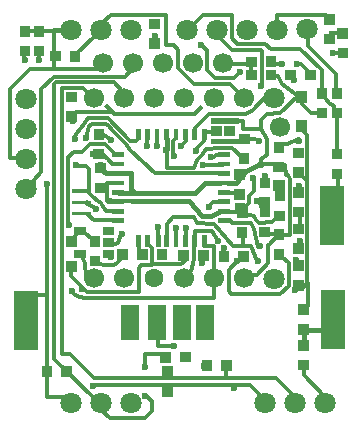
<source format=gbr>
%FSLAX32Y32*%
%MOMM*%
%LNKUPFERSEITE1*%
G71*
G01*
%ADD10C, 1.80*%
%ADD11C, 0.30*%
%ADD12C, 0.40*%
%ADD13C, 0.60*%
%ADD14C, 1.70*%
%ADD15C, 1.60*%
%ADD16C, 1.80*%
%ADD17C, 1.70*%
%LPD*%
X3477Y3987D02*
G54D10*
D03*
X3223Y3987D02*
G54D10*
D03*
X2969Y3987D02*
G54D10*
D03*
X2715Y3987D02*
G54D10*
D03*
G36*
X2084Y2948D02*
X2184Y2948D01*
X2184Y2908D01*
X2084Y2908D01*
X2084Y2948D01*
G37*
G36*
X2084Y2868D02*
X2184Y2868D01*
X2184Y2828D01*
X2084Y2828D01*
X2084Y2868D01*
G37*
G36*
X2084Y2788D02*
X2184Y2788D01*
X2184Y2748D01*
X2084Y2748D01*
X2084Y2788D01*
G37*
G36*
X2084Y2708D02*
X2184Y2708D01*
X2184Y2668D01*
X2084Y2668D01*
X2084Y2708D01*
G37*
G36*
X2084Y2628D02*
X2184Y2628D01*
X2184Y2588D01*
X2084Y2588D01*
X2084Y2628D01*
G37*
G36*
X2084Y2548D02*
X2184Y2548D01*
X2184Y2508D01*
X2084Y2508D01*
X2084Y2548D01*
G37*
G36*
X2084Y2468D02*
X2184Y2468D01*
X2184Y2428D01*
X2084Y2428D01*
X2084Y2468D01*
G37*
G36*
X2084Y2388D02*
X2184Y2388D01*
X2184Y2348D01*
X2084Y2348D01*
X2084Y2388D01*
G37*
G36*
X2984Y2948D02*
X3084Y2948D01*
X3084Y2908D01*
X2984Y2908D01*
X2984Y2948D01*
G37*
G36*
X2984Y2868D02*
X3084Y2868D01*
X3084Y2828D01*
X2984Y2828D01*
X2984Y2868D01*
G37*
G36*
X2984Y2788D02*
X3084Y2788D01*
X3084Y2748D01*
X2984Y2748D01*
X2984Y2788D01*
G37*
G36*
X2984Y2708D02*
X3084Y2708D01*
X3084Y2668D01*
X2984Y2668D01*
X2984Y2708D01*
G37*
G36*
X2984Y2628D02*
X3084Y2628D01*
X3084Y2588D01*
X2984Y2588D01*
X2984Y2628D01*
G37*
G36*
X2984Y2548D02*
X3084Y2548D01*
X3084Y2508D01*
X2984Y2508D01*
X2984Y2548D01*
G37*
G36*
X2984Y2468D02*
X3084Y2468D01*
X3084Y2428D01*
X2984Y2428D01*
X2984Y2468D01*
G37*
G36*
X2984Y2388D02*
X3084Y2388D01*
X3084Y2348D01*
X2984Y2348D01*
X2984Y2388D01*
G37*
G36*
X2284Y3148D02*
X2324Y3148D01*
X2324Y3048D01*
X2284Y3048D01*
X2284Y3148D01*
G37*
G36*
X2364Y3148D02*
X2404Y3148D01*
X2404Y3048D01*
X2364Y3048D01*
X2364Y3148D01*
G37*
G36*
X2444Y3148D02*
X2484Y3148D01*
X2484Y3048D01*
X2444Y3048D01*
X2444Y3148D01*
G37*
G36*
X2524Y3148D02*
X2564Y3148D01*
X2564Y3048D01*
X2524Y3048D01*
X2524Y3148D01*
G37*
G36*
X2604Y3148D02*
X2644Y3148D01*
X2644Y3048D01*
X2604Y3048D01*
X2604Y3148D01*
G37*
G36*
X2684Y3148D02*
X2724Y3148D01*
X2724Y3048D01*
X2684Y3048D01*
X2684Y3148D01*
G37*
G36*
X2764Y3148D02*
X2804Y3148D01*
X2804Y3048D01*
X2764Y3048D01*
X2764Y3148D01*
G37*
G36*
X2844Y3148D02*
X2884Y3148D01*
X2884Y3048D01*
X2844Y3048D01*
X2844Y3148D01*
G37*
G36*
X2284Y2248D02*
X2324Y2248D01*
X2324Y2148D01*
X2284Y2148D01*
X2284Y2248D01*
G37*
G36*
X2364Y2248D02*
X2404Y2248D01*
X2404Y2148D01*
X2364Y2148D01*
X2364Y2248D01*
G37*
G36*
X2454Y2248D02*
X2494Y2248D01*
X2494Y2148D01*
X2454Y2148D01*
X2454Y2248D01*
G37*
G36*
X2524Y2248D02*
X2564Y2248D01*
X2564Y2148D01*
X2524Y2148D01*
X2524Y2248D01*
G37*
G36*
X2604Y2248D02*
X2644Y2248D01*
X2644Y2148D01*
X2604Y2148D01*
X2604Y2248D01*
G37*
G36*
X2684Y2248D02*
X2724Y2248D01*
X2724Y2148D01*
X2684Y2148D01*
X2684Y2248D01*
G37*
G36*
X2764Y2248D02*
X2804Y2248D01*
X2804Y2148D01*
X2764Y2148D01*
X2764Y2248D01*
G37*
G36*
X2844Y2248D02*
X2884Y2248D01*
X2884Y2148D01*
X2844Y2148D01*
X2844Y2248D01*
G37*
G54D11*
X2785Y2222D02*
X2785Y2285D01*
X2927Y2285D01*
X2983Y2198D01*
G54D12*
X2150Y2770D02*
X2245Y2770D01*
X2245Y2603D01*
X2142Y2603D01*
G54D11*
X2110Y2690D02*
X2038Y2690D01*
X2038Y2531D01*
X2253Y2531D01*
G54D12*
X2253Y2531D02*
X2737Y2531D01*
X2848Y2404D01*
X2923Y2404D01*
X2991Y2444D01*
G54D12*
X2999Y2690D02*
X2888Y2690D01*
X2872Y2690D01*
X2785Y2603D01*
X2221Y2603D01*
G54D12*
X3062Y2690D02*
X3134Y2690D01*
X3221Y2785D01*
X3332Y2849D01*
G54D11*
X3062Y2603D02*
X3166Y2603D01*
G36*
X3208Y2804D02*
X3208Y2714D01*
X3118Y2714D01*
X3118Y2804D01*
X3208Y2804D01*
G37*
G36*
X3206Y2637D02*
X3206Y2547D01*
X3116Y2547D01*
X3116Y2637D01*
X3206Y2637D01*
G37*
G36*
X2032Y2858D02*
X2032Y2768D01*
X1942Y2768D01*
X1942Y2858D01*
X2032Y2858D01*
G37*
G36*
X2031Y2691D02*
X2031Y2601D01*
X1941Y2601D01*
X1941Y2691D01*
X2031Y2691D01*
G37*
G54D11*
X1784Y2833D02*
X1864Y2833D01*
X1888Y2809D01*
X1888Y2603D01*
X1923Y2571D01*
X1962Y2539D01*
X1989Y2520D01*
X2001Y2500D01*
X2030Y2452D01*
X2118Y2452D01*
G54D12*
X2102Y2770D02*
X2030Y2770D01*
X2007Y2793D01*
X2538Y2968D02*
G54D13*
D03*
G54D12*
X2546Y3063D02*
X2546Y2976D01*
X3197Y1880D02*
G54D14*
D03*
X2943Y1880D02*
G54D14*
D03*
X2689Y1880D02*
G54D14*
D03*
X2435Y1880D02*
G54D15*
D03*
X2181Y1880D02*
G54D14*
D03*
X1927Y1880D02*
G54D14*
D03*
X2983Y2198D02*
G54D13*
D03*
G54D11*
X2777Y2158D02*
X2777Y2047D01*
X2771Y2006D01*
X2757Y1964D01*
X2745Y1928D01*
G54D11*
X2864Y2150D02*
X2943Y2150D01*
X2943Y1960D01*
X2626Y2309D02*
G54D13*
D03*
G54D11*
X2626Y2309D02*
X2626Y2222D01*
X2705Y2309D02*
G54D13*
D03*
G54D11*
X2705Y2309D02*
X2705Y2238D01*
X2380Y3000D02*
G54D13*
D03*
X2467Y3000D02*
G54D13*
D03*
G54D11*
X2380Y3000D02*
X2380Y3071D01*
G54D11*
X2467Y3000D02*
X2467Y3079D01*
G54D11*
X3308Y2031D02*
X3261Y2158D01*
X3110Y2158D01*
X2943Y2341D01*
X2062Y2531D02*
G54D13*
D03*
G36*
X3247Y3105D02*
X3247Y3015D01*
X3157Y3015D01*
X3157Y3105D01*
X3247Y3105D01*
G37*
G36*
X3246Y2938D02*
X3246Y2848D01*
X3156Y2848D01*
X3156Y2938D01*
X3246Y2938D01*
G37*
G54D11*
X2546Y2976D02*
X2548Y2817D01*
X2630Y2817D01*
X2777Y2817D01*
X2802Y2881D01*
X2847Y2928D01*
X2876Y2976D01*
X2927Y2976D01*
X2943Y2984D01*
X3102Y2984D01*
X3181Y2904D01*
G54D11*
X3174Y3063D02*
X3293Y3063D01*
X3324Y3047D01*
X3197Y3404D02*
G54D14*
D03*
X2943Y3404D02*
G54D14*
D03*
X2689Y3404D02*
G54D14*
D03*
X2435Y3404D02*
G54D14*
D03*
X2181Y3404D02*
G54D14*
D03*
X1927Y3404D02*
G54D14*
D03*
G36*
X1765Y2054D02*
X1765Y2124D01*
X1865Y2124D01*
X1865Y2054D01*
X1765Y2054D01*
G37*
G36*
X1765Y2244D02*
X1765Y2314D01*
X1865Y2314D01*
X1865Y2244D01*
X1765Y2244D01*
G37*
G36*
X2003Y2054D02*
X2003Y2124D01*
X2103Y2124D01*
X2103Y2054D01*
X2003Y2054D01*
G37*
G36*
X2003Y2244D02*
X2003Y2314D01*
X2103Y2314D01*
X2103Y2244D01*
X2003Y2244D01*
G37*
G36*
X2003Y2149D02*
X2003Y2219D01*
X2103Y2219D01*
X2103Y2149D01*
X2003Y2149D01*
G37*
G54D11*
X1840Y2047D02*
X1852Y2008D01*
X1864Y1888D01*
X2165Y2254D02*
G54D13*
D03*
X2261Y2611D02*
G54D13*
D03*
X3452Y1872D02*
G54D16*
D03*
X1991Y2841D02*
G54D13*
D03*
G36*
X2016Y3144D02*
X2016Y3054D01*
X1926Y3054D01*
X1926Y3144D01*
X2016Y3144D01*
G37*
G36*
X2015Y2977D02*
X2015Y2887D01*
X1925Y2887D01*
X1925Y2977D01*
X2015Y2977D01*
G37*
X2070Y3055D02*
G54D13*
D03*
X1919Y2936D02*
G54D13*
D03*
G54D11*
X1983Y3119D02*
X2070Y3055D01*
G54D11*
X1983Y2936D02*
X1999Y2936D01*
X2050Y2893D01*
X2086Y2849D01*
G54D11*
X1769Y3087D02*
X1784Y3111D01*
X1844Y3186D01*
X1880Y3238D01*
X2046Y3238D01*
X2237Y3047D01*
X2284Y3047D01*
X2300Y3063D01*
X2856Y2841D02*
G54D13*
D03*
G54D11*
X2443Y2770D02*
X3007Y2770D01*
X3452Y3404D02*
G54D16*
D03*
G54D11*
X2785Y3127D02*
X2785Y3151D01*
X2904Y3270D01*
X3221Y3270D01*
X3273Y3305D01*
X3388Y3420D01*
G54D11*
X2856Y2841D02*
X2923Y2841D01*
X3023Y2841D01*
G54D11*
X2943Y1817D02*
X2943Y1714D01*
X1864Y1714D01*
X1804Y1722D01*
X1761Y1746D01*
X3507Y3158D02*
G54D14*
D03*
X2070Y2063D02*
G54D13*
D03*
X1864Y3071D02*
G54D13*
D03*
G54D11*
X2443Y2770D02*
X2233Y2968D01*
X2205Y3016D01*
X2086Y3135D01*
X2054Y3166D01*
X2030Y3190D01*
X1911Y3190D01*
X1888Y3166D01*
X1864Y3071D01*
G36*
X3549Y2621D02*
X3549Y2531D01*
X3459Y2531D01*
X3459Y2621D01*
X3549Y2621D01*
G37*
G36*
X3548Y2454D02*
X3548Y2364D01*
X3458Y2364D01*
X3458Y2454D01*
X3548Y2454D01*
G37*
G36*
X3541Y2296D02*
X3541Y2206D01*
X3451Y2206D01*
X3451Y2296D01*
X3541Y2296D01*
G37*
G36*
X3540Y2129D02*
X3540Y2039D01*
X3450Y2039D01*
X3450Y2129D01*
X3540Y2129D01*
G37*
G54D11*
X3578Y2246D02*
X3515Y2246D01*
G36*
X3449Y2716D02*
X3549Y2716D01*
X3549Y2616D01*
X3449Y2616D01*
X3449Y2716D01*
G37*
G54D11*
X3499Y2658D02*
X3499Y2611D01*
X3499Y2587D01*
G36*
X2552Y2035D02*
X2462Y2035D01*
X2462Y2125D01*
X2552Y2125D01*
X2552Y2035D01*
G37*
G36*
X2385Y2036D02*
X2295Y2036D01*
X2295Y2126D01*
X2385Y2126D01*
X2385Y2036D01*
G37*
G36*
X2901Y2027D02*
X2811Y2027D01*
X2811Y2117D01*
X2901Y2117D01*
X2901Y2027D01*
G37*
G36*
X2734Y2028D02*
X2644Y2028D01*
X2644Y2118D01*
X2734Y2118D01*
X2734Y2028D01*
G37*
G54D11*
X2300Y2166D02*
X2316Y2095D01*
G54D11*
X2388Y2174D02*
X2419Y2139D01*
X2419Y2000D01*
X2666Y2000D01*
X2705Y2039D01*
G54D11*
X2935Y2341D02*
X2802Y2345D01*
X2773Y2396D01*
X2602Y2396D01*
X2546Y2341D01*
X2546Y2206D01*
G36*
X3139Y2223D02*
X3139Y2313D01*
X3229Y2313D01*
X3229Y2223D01*
X3139Y2223D01*
G37*
G36*
X3140Y2390D02*
X3140Y2480D01*
X3230Y2480D01*
X3230Y2390D01*
X3140Y2390D01*
G37*
G36*
X3243Y2019D02*
X3153Y2019D01*
X3153Y2109D01*
X3243Y2109D01*
X3243Y2019D01*
G37*
G36*
X3076Y2020D02*
X2986Y2020D01*
X2986Y2110D01*
X3076Y2110D01*
X3076Y2020D01*
G37*
X3031Y2135D02*
G54D13*
D03*
X2475Y2317D02*
G54D13*
D03*
G54D11*
X2475Y2317D02*
X2475Y2222D01*
G36*
X3449Y2778D02*
X3449Y2868D01*
X3539Y2868D01*
X3539Y2778D01*
X3449Y2778D01*
G37*
G36*
X3450Y2945D02*
X3450Y3035D01*
X3540Y3035D01*
X3540Y2945D01*
X3450Y2945D01*
G37*
X3277Y2730D02*
G54D13*
D03*
G54D11*
X3348Y2849D02*
X3348Y2889D01*
X3396Y2928D01*
X3396Y3063D01*
X2523Y2071D02*
G54D13*
D03*
X2848Y2008D02*
G54D13*
D03*
X3142Y2031D02*
G54D13*
D03*
G54D11*
X3142Y2023D02*
X3070Y1952D01*
X3070Y1769D01*
X3094Y1746D01*
X3507Y1746D01*
X3578Y1817D01*
X3578Y2008D01*
X3523Y2063D01*
G36*
X2922Y3172D02*
X3012Y3172D01*
X3012Y3082D01*
X2922Y3082D01*
X2922Y3172D01*
G37*
G36*
X3033Y3172D02*
X3123Y3172D01*
X3123Y3082D01*
X3033Y3082D01*
X3033Y3172D01*
G37*
G36*
X2922Y3064D02*
X3172Y3064D01*
X3172Y3014D01*
X2922Y3014D01*
X2922Y3064D01*
G37*
G36*
X2924Y3239D02*
X3154Y3239D01*
X3154Y3189D01*
X2924Y3189D01*
X2924Y3239D01*
G37*
G54D11*
X2864Y3119D02*
X2943Y3119D01*
G54D11*
X3126Y3214D02*
X3189Y3210D01*
X3189Y3143D01*
X3348Y3143D01*
X3396Y3063D01*
X3078Y3127D02*
G54D13*
D03*
X2920Y2904D02*
G54D13*
D03*
G54D11*
X2920Y2904D02*
X2943Y2904D01*
X2967Y2928D01*
X3015Y2928D01*
G54D11*
X3054Y2373D02*
X3078Y2373D01*
X3102Y2349D01*
X3261Y2349D01*
X3285Y2297D01*
X3316Y2142D01*
X1769Y3063D02*
G54D13*
D03*
X1776Y2841D02*
G54D13*
D03*
X1721Y2333D02*
G54D13*
D03*
X1745Y1777D02*
G54D13*
D03*
X3324Y3047D02*
G54D13*
D03*
X3348Y2841D02*
G54D13*
D03*
X3332Y2150D02*
G54D13*
D03*
X3316Y2031D02*
G54D13*
D03*
G54D11*
X3189Y2262D02*
X3189Y2158D01*
G54D11*
X3054Y2444D02*
X3197Y2444D01*
G36*
X3422Y2486D02*
X3422Y2396D01*
X3332Y2396D01*
X3332Y2486D01*
X3422Y2486D01*
G37*
G36*
X3421Y2319D02*
X3421Y2229D01*
X3331Y2229D01*
X3331Y2319D01*
X3421Y2319D01*
G37*
G54D11*
X3181Y2436D02*
X3281Y2412D01*
X3302Y2375D01*
X3323Y2353D01*
X3437Y2357D01*
X3507Y2428D01*
G36*
X1903Y2634D02*
X1903Y2604D01*
X1743Y2604D01*
X1743Y2634D01*
X1903Y2634D01*
G37*
G36*
X1903Y2539D02*
X1903Y2509D01*
X1743Y2509D01*
X1743Y2539D01*
X1903Y2539D01*
G37*
G36*
X1903Y2444D02*
X1903Y2414D01*
X1743Y2414D01*
X1743Y2444D01*
X1903Y2444D01*
G37*
G54D11*
X1872Y2428D02*
X1888Y2412D01*
X1927Y2373D01*
X2110Y2373D01*
X1951Y2468D02*
G54D13*
D03*
G54D11*
X1872Y2524D02*
X1872Y2508D01*
X1943Y2476D01*
G36*
X1786Y3461D02*
X1786Y3371D01*
X1696Y3371D01*
X1696Y3461D01*
X1786Y3461D01*
G37*
G36*
X1785Y3294D02*
X1785Y3204D01*
X1695Y3204D01*
X1695Y3294D01*
X1785Y3294D01*
G37*
G36*
X1694Y1934D02*
X1694Y2024D01*
X1784Y2024D01*
X1784Y1934D01*
X1694Y1934D01*
G37*
G36*
X1695Y2148D02*
X1695Y2238D01*
X1785Y2238D01*
X1785Y2148D01*
X1695Y2148D01*
G37*
G54D11*
X2158Y2254D02*
X2134Y2182D01*
X2086Y2166D01*
X2070Y2277D02*
G54D13*
D03*
G36*
X1985Y2238D02*
X1985Y2148D01*
X1895Y2148D01*
X1895Y2238D01*
X1985Y2238D01*
G37*
G36*
X1984Y2071D02*
X1984Y1981D01*
X1894Y1981D01*
X1894Y2071D01*
X1984Y2071D01*
G37*
G54D11*
X1832Y2277D02*
X1935Y2198D01*
X1745Y3420D02*
G54D13*
D03*
X1753Y3214D02*
G54D13*
D03*
G36*
X2384Y2036D02*
X2294Y2036D01*
X2294Y2126D01*
X2384Y2126D01*
X2384Y2036D01*
G37*
G36*
X2217Y2037D02*
X2127Y2037D01*
X2127Y2127D01*
X2217Y2127D01*
X2217Y2037D01*
G37*
G54D11*
X1959Y2031D02*
X1975Y2012D01*
X2007Y1992D01*
X2102Y1992D01*
X2126Y2008D01*
X2189Y2079D01*
G54D11*
X2419Y1992D02*
X2332Y1992D01*
X2308Y1968D01*
X2308Y1762D01*
X1872Y1762D01*
X1737Y1896D01*
X1737Y1968D01*
G54D11*
X1737Y2206D02*
X1792Y2262D01*
X1832Y1793D02*
G54D13*
D03*
G54D11*
X3348Y2846D02*
X3551Y2844D01*
X3554Y2756D01*
X3570Y2753D01*
X3586Y2718D01*
X3586Y2246D01*
G54D11*
X3245Y1912D02*
X3308Y1912D01*
X3404Y2008D01*
X3404Y2166D01*
X3412Y2166D01*
X3475Y2230D01*
G36*
X3708Y2343D02*
X3708Y2253D01*
X3618Y2253D01*
X3618Y2343D01*
X3708Y2343D01*
G37*
G36*
X3707Y2176D02*
X3707Y2086D01*
X3617Y2086D01*
X3617Y2176D01*
X3707Y2176D01*
G37*
G36*
X3708Y2653D02*
X3708Y2563D01*
X3618Y2563D01*
X3618Y2653D01*
X3708Y2653D01*
G37*
G36*
X3707Y2486D02*
X3707Y2396D01*
X3617Y2396D01*
X3617Y2486D01*
X3707Y2486D01*
G37*
G36*
X3708Y2986D02*
X3708Y2896D01*
X3618Y2896D01*
X3618Y2986D01*
X3708Y2986D01*
G37*
G36*
X3707Y2819D02*
X3707Y2729D01*
X3617Y2729D01*
X3617Y2819D01*
X3707Y2819D01*
G37*
G36*
X3708Y2034D02*
X3708Y1944D01*
X3618Y1944D01*
X3618Y2034D01*
X3708Y2034D01*
G37*
G36*
X3707Y1867D02*
X3707Y1777D01*
X3617Y1777D01*
X3617Y1867D01*
X3707Y1867D01*
G37*
X3674Y2198D02*
G54D13*
D03*
X3666Y2666D02*
G54D13*
D03*
G54D11*
X3674Y2293D02*
X3674Y2444D01*
X3674Y2460D02*
G54D13*
D03*
X3666Y2936D02*
G54D13*
D03*
G54D11*
X3666Y2770D02*
X3737Y2702D01*
X3737Y1833D01*
X3689Y1801D01*
X3642Y2039D02*
G54D13*
D03*
X3634Y1785D02*
G54D13*
D03*
G36*
X3422Y2732D02*
X3422Y2642D01*
X3332Y2642D01*
X3332Y2732D01*
X3422Y2732D01*
G37*
G36*
X3421Y2565D02*
X3421Y2475D01*
X3331Y2475D01*
X3331Y2565D01*
X3421Y2565D01*
G37*
G54D11*
X3388Y2254D02*
X3459Y2254D01*
X3475Y2238D01*
X3380Y2746D02*
G54D13*
D03*
X3308Y2539D02*
G54D13*
D03*
X2904Y2484D02*
G54D13*
D03*
G54D11*
X2904Y2484D02*
X2904Y2492D01*
X2935Y2524D01*
X3015Y2524D01*
G54D11*
X3300Y2531D02*
X3316Y2531D01*
X3372Y2476D01*
G54D11*
X3507Y3016D02*
X3562Y3016D01*
X3666Y3063D01*
X3666Y3047D02*
G54D13*
D03*
G36*
X3731Y3469D02*
X3731Y3364D01*
X3641Y3364D01*
X3641Y3469D01*
X3731Y3469D01*
G37*
G36*
X3731Y3222D02*
X3731Y3117D01*
X3641Y3117D01*
X3641Y3222D01*
X3731Y3222D01*
G37*
G54D11*
X3737Y2698D02*
X3737Y3095D01*
X3674Y3158D01*
G54D11*
X3348Y3143D02*
X3348Y3222D01*
X3396Y3270D01*
X3507Y3278D01*
X3658Y3420D01*
X3658Y3412D02*
G54D13*
D03*
G54D11*
X2102Y2928D02*
X2102Y2944D01*
X2023Y3016D01*
X1896Y3016D01*
X1832Y2952D01*
X1761Y2952D01*
X1713Y2904D01*
X1713Y2341D01*
X1721Y2333D01*
X2610Y2920D02*
G54D13*
D03*
X2666Y3000D02*
G54D13*
D03*
G54D11*
X2602Y2944D02*
X2602Y3047D01*
X2618Y3063D01*
G54D11*
X2705Y3071D02*
X2705Y3039D01*
X2666Y3000D01*
G36*
X2093Y3285D02*
X2793Y3285D01*
X2793Y3255D01*
X2093Y3255D01*
X2093Y3285D01*
G37*
G36*
X2038Y3362D02*
X2123Y3277D01*
X2102Y3256D01*
X2017Y3341D01*
X2038Y3362D01*
G37*
G36*
X2854Y3326D02*
X2783Y3255D01*
X2762Y3276D01*
X2833Y3347D01*
X2854Y3326D01*
G37*
G54D11*
X1776Y3286D02*
X2070Y3286D01*
X2792Y2960D02*
G54D13*
D03*
G54D11*
X2864Y3063D02*
X2864Y3047D01*
X2792Y2976D01*
G54D11*
X3205Y2452D02*
X3221Y2492D01*
X3245Y2516D01*
X3245Y2571D01*
X3245Y2579D01*
X3285Y2619D01*
X3285Y2722D01*
G36*
X3121Y2521D02*
X3211Y2521D01*
X3211Y2431D01*
X3121Y2431D01*
X3121Y2521D01*
G37*
X1358Y2638D02*
G54D10*
D03*
X1358Y2892D02*
G54D10*
D03*
X1358Y3146D02*
G54D10*
D03*
X1358Y3400D02*
G54D10*
D03*
X3024Y3706D02*
G54D17*
D03*
X2770Y3706D02*
G54D17*
D03*
X2516Y3706D02*
G54D17*
D03*
X2262Y3706D02*
G54D17*
D03*
X2008Y3706D02*
G54D17*
D03*
G54D11*
X1421Y2635D02*
X1421Y2714D01*
X1484Y2778D01*
X1484Y3484D01*
X1588Y3587D01*
G54D11*
X1588Y3587D02*
X2191Y3587D01*
X2254Y3651D01*
G36*
X3474Y3669D02*
X3384Y3669D01*
X3384Y3759D01*
X3474Y3759D01*
X3474Y3669D01*
G37*
G36*
X3307Y3668D02*
X3217Y3668D01*
X3217Y3758D01*
X3307Y3758D01*
X3307Y3668D01*
G37*
G36*
X3474Y3558D02*
X3384Y3558D01*
X3384Y3648D01*
X3474Y3648D01*
X3474Y3558D01*
G37*
G36*
X3307Y3556D02*
X3217Y3556D01*
X3217Y3646D01*
X3307Y3646D01*
X3307Y3556D01*
G37*
G54D11*
X3437Y3595D02*
X3485Y3595D01*
X3524Y3524D01*
X3659Y3420D01*
G54D11*
X3056Y3698D02*
X3254Y3698D01*
X3262Y3706D01*
X3262Y3619D01*
X3254Y3611D01*
G54D11*
X3350Y3516D02*
X3350Y3809D01*
X3342Y3817D01*
X3096Y3817D01*
X3000Y3913D01*
G54D11*
X2834Y3857D02*
X2889Y3817D01*
X2889Y3643D01*
X2953Y3579D01*
X3119Y3579D01*
X3167Y3627D01*
X3167Y3627D02*
G54D13*
D03*
X3524Y3698D02*
G54D13*
D03*
G54D11*
X3524Y3698D02*
X3461Y3698D01*
X3453Y3706D01*
G54D11*
X1365Y2897D02*
X1246Y2897D01*
X1222Y2897D01*
X1222Y3484D01*
X1389Y3651D01*
X2000Y3651D01*
X2241Y3984D02*
G54D10*
D03*
X1987Y3984D02*
G54D10*
D03*
X1733Y3984D02*
G54D10*
D03*
X3884Y824D02*
G54D10*
D03*
X3630Y824D02*
G54D10*
D03*
X3376Y824D02*
G54D10*
D03*
X2241Y824D02*
G54D10*
D03*
X1987Y824D02*
G54D10*
D03*
X1733Y824D02*
G54D10*
D03*
X3731Y3992D02*
G54D10*
D03*
G54D11*
X1691Y3984D02*
X1595Y3986D01*
X1595Y3774D01*
X1595Y3651D01*
X2834Y3857D02*
G54D13*
D03*
G54D11*
X3199Y3412D02*
X3191Y3412D01*
X3080Y3524D01*
X2778Y3524D01*
X2643Y3659D01*
X2643Y3746D01*
X2643Y3817D01*
G54D11*
X1905Y3460D02*
X1873Y3460D01*
X1834Y3492D01*
X1659Y3492D01*
X1659Y1238D01*
G54D11*
X2167Y3460D02*
X2167Y3468D01*
X2096Y3540D01*
X1611Y3540D01*
X1595Y3524D01*
X1595Y1198D01*
X1937Y857D01*
G54D11*
X1659Y1238D02*
X1730Y1238D01*
X1929Y1039D01*
X3469Y1039D01*
X3635Y872D01*
X1921Y968D02*
G54D13*
D03*
G54D11*
X1921Y976D02*
X3254Y976D01*
X3381Y849D01*
X1532Y2682D02*
G54D13*
D03*
G54D11*
X1532Y2682D02*
X1532Y1111D01*
X1532Y872D01*
X1770Y872D01*
G54D11*
X3381Y3865D02*
X3429Y3825D01*
X3675Y3825D01*
X3858Y3643D01*
X3858Y3452D01*
G36*
X3816Y3235D02*
X3816Y3325D01*
X3906Y3325D01*
X3906Y3235D01*
X3816Y3235D01*
G37*
G36*
X3815Y3402D02*
X3815Y3492D01*
X3905Y3492D01*
X3905Y3402D01*
X3815Y3402D01*
G37*
G54D11*
X3691Y3405D02*
X3691Y3357D01*
X3770Y3278D01*
X3858Y3278D01*
G36*
X3943Y3235D02*
X3943Y3325D01*
X4033Y3325D01*
X4033Y3235D01*
X3943Y3235D01*
G37*
G36*
X3942Y3402D02*
X3942Y3492D01*
X4032Y3492D01*
X4032Y3402D01*
X3942Y3402D01*
G37*
G54D11*
X3866Y3436D02*
X3921Y3365D01*
X3961Y3341D01*
X3961Y3301D01*
G54D11*
X3739Y3936D02*
X3739Y3849D01*
X3977Y3611D01*
X3977Y3452D01*
G36*
X3845Y2662D02*
X4045Y2662D01*
X4045Y2162D01*
X3845Y2162D01*
X3845Y2662D01*
G37*
G54D11*
X3985Y3270D02*
X3985Y2944D01*
G36*
X1257Y1773D02*
X1457Y1773D01*
X1457Y1273D01*
X1257Y1273D01*
X1257Y1773D01*
G37*
G36*
X3853Y1781D02*
X4053Y1781D01*
X4053Y1281D01*
X3853Y1281D01*
X3853Y1781D01*
G37*
G54D11*
X1524Y1738D02*
X1421Y1738D01*
G36*
X3551Y3648D02*
X3641Y3648D01*
X3641Y3558D01*
X3551Y3558D01*
X3551Y3648D01*
G37*
G36*
X3718Y3647D02*
X3808Y3647D01*
X3808Y3557D01*
X3718Y3557D01*
X3718Y3647D01*
G37*
X3342Y3508D02*
G54D13*
D03*
X3651Y3698D02*
G54D13*
D03*
G54D11*
X3651Y3698D02*
X3683Y3698D01*
X3754Y3627D01*
X3620Y3563D02*
G54D13*
D03*
G36*
X3992Y3743D02*
X3992Y3833D01*
X4082Y3833D01*
X4082Y3743D01*
X3992Y3743D01*
G37*
G36*
X3991Y3910D02*
X3991Y4000D01*
X4081Y4000D01*
X4081Y3910D01*
X3991Y3910D01*
G37*
X3953Y3786D02*
G54D13*
D03*
G36*
X4034Y2977D02*
X4034Y2887D01*
X3944Y2887D01*
X3944Y2977D01*
X4034Y2977D01*
G37*
G36*
X4033Y2810D02*
X4033Y2720D01*
X3943Y2720D01*
X3943Y2810D01*
X4033Y2810D01*
G37*
G54D11*
X3993Y2762D02*
X3993Y2587D01*
G36*
X1558Y3807D02*
X1648Y3807D01*
X1648Y3717D01*
X1558Y3717D01*
X1558Y3807D01*
G37*
G36*
X1725Y3806D02*
X1815Y3806D01*
X1815Y3716D01*
X1725Y3716D01*
X1725Y3806D01*
G37*
G54D11*
X1778Y3770D02*
X1778Y3778D01*
X1937Y3936D01*
G36*
X1487Y1138D02*
X1577Y1138D01*
X1577Y1048D01*
X1487Y1048D01*
X1487Y1138D01*
G37*
G36*
X1654Y1139D02*
X1744Y1139D01*
X1744Y1049D01*
X1654Y1049D01*
X1654Y1139D01*
G37*
G36*
X2508Y878D02*
X2508Y968D01*
X2598Y968D01*
X2598Y878D01*
X2508Y878D01*
G37*
G36*
X2507Y1045D02*
X2507Y1135D01*
X2597Y1135D01*
X2597Y1045D01*
X2507Y1045D01*
G37*
G36*
X1421Y3759D02*
X1421Y3849D01*
X1511Y3849D01*
X1511Y3759D01*
X1421Y3759D01*
G37*
G36*
X1420Y3926D02*
X1420Y4016D01*
X1510Y4016D01*
X1510Y3926D01*
X1420Y3926D01*
G37*
G36*
X1302Y3759D02*
X1302Y3849D01*
X1392Y3849D01*
X1392Y3759D01*
X1302Y3759D01*
G37*
G36*
X1301Y3926D02*
X1301Y4016D01*
X1391Y4016D01*
X1391Y3926D01*
X1301Y3926D01*
G37*
G54D11*
X1468Y3809D02*
X1468Y3746D01*
G54D11*
X1341Y3801D02*
X1341Y3738D01*
G54D11*
X1334Y3976D02*
X1667Y3976D01*
X1349Y3730D02*
G54D13*
D03*
X1468Y3730D02*
G54D13*
D03*
X3945Y3952D02*
G54D13*
D03*
G36*
X3881Y3862D02*
X3881Y3952D01*
X3971Y3952D01*
X3971Y3862D01*
X3881Y3862D01*
G37*
G36*
X3880Y4029D02*
X3880Y4119D01*
X3970Y4119D01*
X3970Y4029D01*
X3880Y4029D01*
G37*
G54D11*
X3945Y3960D02*
X4032Y3960D01*
G54D11*
X3953Y3786D02*
X4024Y3786D01*
G54D11*
X3477Y3992D02*
X3477Y4111D01*
X3897Y4111D01*
X3921Y4087D01*
X3112Y952D02*
G54D13*
D03*
G36*
X2842Y1186D02*
X2932Y1186D01*
X2932Y1096D01*
X2842Y1096D01*
X2842Y1186D01*
G37*
G36*
X3009Y1187D02*
X3099Y1187D01*
X3099Y1097D01*
X3009Y1097D01*
X3009Y1187D01*
G37*
G36*
X2493Y1257D02*
X2583Y1257D01*
X2583Y1167D01*
X2493Y1167D01*
X2493Y1257D01*
G37*
G36*
X2660Y1258D02*
X2750Y1258D01*
X2750Y1168D01*
X2660Y1168D01*
X2660Y1258D01*
G37*
X2858Y1142D02*
G54D13*
D03*
X2730Y1214D02*
G54D13*
D03*
G54D11*
X3048Y1142D02*
X3048Y1047D01*
G54D11*
X1976Y769D02*
X1992Y769D01*
X2064Y698D01*
X2365Y698D01*
X2421Y753D01*
X2421Y841D01*
X2373Y888D01*
X2365Y888D02*
G54D13*
D03*
G54D11*
X2540Y1238D02*
X2365Y1238D01*
X2365Y1126D01*
X2365Y1126D02*
G54D13*
D03*
G36*
X2163Y1658D02*
X2313Y1658D01*
X2313Y1358D01*
X2163Y1358D01*
X2163Y1658D01*
G37*
G36*
X2386Y1658D02*
X2536Y1658D01*
X2536Y1358D01*
X2386Y1358D01*
X2386Y1658D01*
G37*
G36*
X2600Y1658D02*
X2750Y1658D01*
X2750Y1358D01*
X2600Y1358D01*
X2600Y1658D01*
G37*
G36*
X2798Y1658D02*
X2948Y1658D01*
X2948Y1358D01*
X2798Y1358D01*
X2798Y1658D01*
G37*
X2858Y1388D02*
G54D13*
D03*
X2730Y1388D02*
G54D13*
D03*
X2270Y1388D02*
G54D13*
D03*
X2604Y1309D02*
G54D13*
D03*
G54D11*
X2476Y1388D02*
X2476Y1309D01*
X2604Y1309D01*
G36*
X3748Y1660D02*
X3748Y1570D01*
X3658Y1570D01*
X3658Y1660D01*
X3748Y1660D01*
G37*
G36*
X3747Y1493D02*
X3747Y1403D01*
X3657Y1403D01*
X3657Y1493D01*
X3747Y1493D01*
G37*
G36*
X3748Y1358D02*
X3748Y1268D01*
X3658Y1268D01*
X3658Y1358D01*
X3748Y1358D01*
G37*
G36*
X3747Y1191D02*
X3747Y1101D01*
X3657Y1101D01*
X3657Y1191D01*
X3747Y1191D01*
G37*
G54D12*
X3707Y1301D02*
X3707Y1444D01*
X3945Y1444D01*
G54D11*
X3739Y1841D02*
X3739Y1642D01*
X3723Y1627D01*
G54D11*
X3707Y1142D02*
X3707Y1063D01*
X3881Y888D01*
G54D11*
X3381Y3865D02*
X3143Y3865D01*
X3096Y3913D01*
X3096Y4111D01*
X2850Y4111D01*
X2723Y3984D01*
G54D11*
X2016Y4048D02*
X2016Y4055D01*
X2072Y4111D01*
X2540Y4111D01*
X2540Y3857D01*
X2604Y3857D01*
X2643Y3817D01*
G36*
X2486Y4080D02*
X2486Y3990D01*
X2396Y3990D01*
X2396Y4080D01*
X2486Y4080D01*
G37*
G36*
X2485Y3913D02*
X2485Y3823D01*
X2395Y3823D01*
X2395Y3913D01*
X2485Y3913D01*
G37*
X2445Y3936D02*
G54D13*
D03*
X2445Y4040D02*
G54D13*
D03*
M02*

</source>
